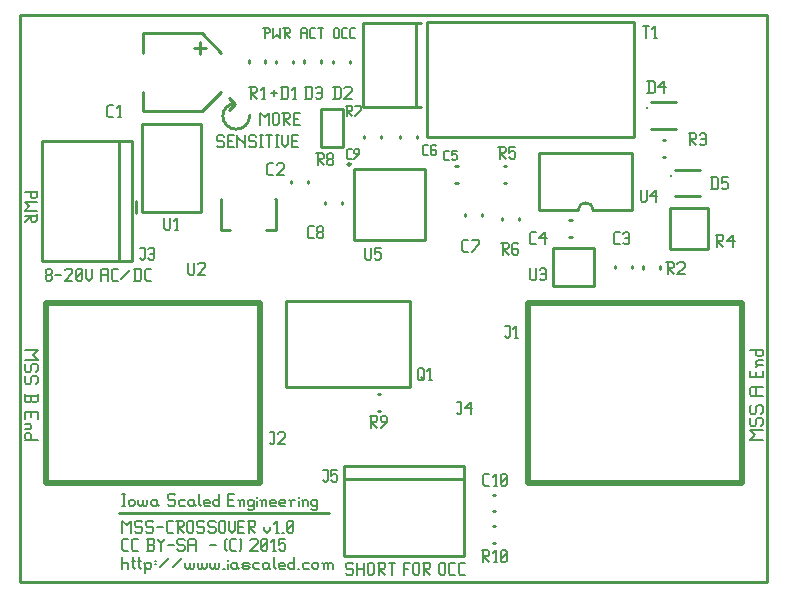
<source format=gbr>
G04 start of page 9 for group -4079 idx -4079 *
G04 Title: (unknown), topsilk *
G04 Creator: pcb 20140316 *
G04 CreationDate: Tue 03 Nov 2015 08:28:20 PM GMT UTC *
G04 For: ndholmes *
G04 Format: Gerber/RS-274X *
G04 PCB-Dimensions (mil): 2500.00 1900.00 *
G04 PCB-Coordinate-Origin: lower left *
%MOIN*%
%FSLAX25Y25*%
%LNTOPSILK*%
%ADD87C,0.0200*%
%ADD86C,0.0080*%
%ADD85C,0.0100*%
G54D85*X249500Y189500D02*X500D01*
Y500D01*
X72000Y160000D02*X70000Y162000D01*
X72000Y160000D02*X70000Y158000D01*
X500Y500D02*X249500D01*
Y189500D01*
X33500Y23500D02*X103500D01*
X77000Y156000D02*G75*G02X72500Y151500I-4500J0D01*G01*
G75*G02X68000Y156000I0J4500D01*G01*
G75*G02X72000Y160000I4000J0D01*G01*
G54D86*X111000Y7000D02*X111500Y6500D01*
X109500Y7000D02*X111000D01*
X109000Y6500D02*X109500Y7000D01*
X109000Y6500D02*Y5500D01*
X109500Y5000D01*
X111000D01*
X111500Y4500D01*
Y3500D01*
X111000Y3000D02*X111500Y3500D01*
X109500Y3000D02*X111000D01*
X109000Y3500D02*X109500Y3000D01*
X112700Y7000D02*Y3000D01*
X115200Y7000D02*Y3000D01*
X112700Y5000D02*X115200D01*
X116400Y6500D02*Y3500D01*
Y6500D02*X116900Y7000D01*
X117900D01*
X118400Y6500D01*
Y3500D01*
X117900Y3000D02*X118400Y3500D01*
X116900Y3000D02*X117900D01*
X116400Y3500D02*X116900Y3000D01*
X119600Y7000D02*X121600D01*
X122100Y6500D01*
Y5500D01*
X121600Y5000D02*X122100Y5500D01*
X120100Y5000D02*X121600D01*
X120100Y7000D02*Y3000D01*
Y5000D02*X122100Y3000D01*
X123300Y7000D02*X125300D01*
X124300D02*Y3000D01*
X128300Y7000D02*Y3000D01*
Y7000D02*X130300D01*
X128300Y5000D02*X129800D01*
X131500Y6500D02*Y3500D01*
Y6500D02*X132000Y7000D01*
X133000D01*
X133500Y6500D01*
Y3500D01*
X133000Y3000D02*X133500Y3500D01*
X132000Y3000D02*X133000D01*
X131500Y3500D02*X132000Y3000D01*
X134700Y7000D02*X136700D01*
X137200Y6500D01*
Y5500D01*
X136700Y5000D02*X137200Y5500D01*
X135200Y5000D02*X136700D01*
X135200Y7000D02*Y3000D01*
Y5000D02*X137200Y3000D01*
X140200Y6500D02*Y3500D01*
Y6500D02*X140700Y7000D01*
X141700D01*
X142200Y6500D01*
Y3500D01*
X141700Y3000D02*X142200Y3500D01*
X140700Y3000D02*X141700D01*
X140200Y3500D02*X140700Y3000D01*
X143900D02*X145400D01*
X143400Y3500D02*X143900Y3000D01*
X143400Y6500D02*Y3500D01*
Y6500D02*X143900Y7000D01*
X145400D01*
X147100Y3000D02*X148600D01*
X146600Y3500D02*X147100Y3000D01*
X146600Y6500D02*Y3500D01*
Y6500D02*X147100Y7000D01*
X148600D01*
X34500Y21000D02*Y17000D01*
Y21000D02*X36000Y19500D01*
X37500Y21000D01*
Y17000D01*
X40700Y21000D02*X41200Y20500D01*
X39200Y21000D02*X40700D01*
X38700Y20500D02*X39200Y21000D01*
X38700Y20500D02*Y19500D01*
X39200Y19000D01*
X40700D01*
X41200Y18500D01*
Y17500D01*
X40700Y17000D02*X41200Y17500D01*
X39200Y17000D02*X40700D01*
X38700Y17500D02*X39200Y17000D01*
X44400Y21000D02*X44900Y20500D01*
X42900Y21000D02*X44400D01*
X42400Y20500D02*X42900Y21000D01*
X42400Y20500D02*Y19500D01*
X42900Y19000D01*
X44400D01*
X44900Y18500D01*
Y17500D01*
X44400Y17000D02*X44900Y17500D01*
X42900Y17000D02*X44400D01*
X42400Y17500D02*X42900Y17000D01*
X46100Y19000D02*X48100D01*
X49800Y17000D02*X51300D01*
X49300Y17500D02*X49800Y17000D01*
X49300Y20500D02*Y17500D01*
Y20500D02*X49800Y21000D01*
X51300D01*
X52500D02*X54500D01*
X55000Y20500D01*
Y19500D01*
X54500Y19000D02*X55000Y19500D01*
X53000Y19000D02*X54500D01*
X53000Y21000D02*Y17000D01*
Y19000D02*X55000Y17000D01*
X56200Y20500D02*Y17500D01*
Y20500D02*X56700Y21000D01*
X57700D01*
X58200Y20500D01*
Y17500D01*
X57700Y17000D02*X58200Y17500D01*
X56700Y17000D02*X57700D01*
X56200Y17500D02*X56700Y17000D01*
X61400Y21000D02*X61900Y20500D01*
X59900Y21000D02*X61400D01*
X59400Y20500D02*X59900Y21000D01*
X59400Y20500D02*Y19500D01*
X59900Y19000D01*
X61400D01*
X61900Y18500D01*
Y17500D01*
X61400Y17000D02*X61900Y17500D01*
X59900Y17000D02*X61400D01*
X59400Y17500D02*X59900Y17000D01*
X65100Y21000D02*X65600Y20500D01*
X63600Y21000D02*X65100D01*
X63100Y20500D02*X63600Y21000D01*
X63100Y20500D02*Y19500D01*
X63600Y19000D01*
X65100D01*
X65600Y18500D01*
Y17500D01*
X65100Y17000D02*X65600Y17500D01*
X63600Y17000D02*X65100D01*
X63100Y17500D02*X63600Y17000D01*
X66800Y20500D02*Y17500D01*
Y20500D02*X67300Y21000D01*
X68300D01*
X68800Y20500D01*
Y17500D01*
X68300Y17000D02*X68800Y17500D01*
X67300Y17000D02*X68300D01*
X66800Y17500D02*X67300Y17000D01*
X70000Y21000D02*Y18000D01*
X71000Y17000D01*
X72000Y18000D01*
Y21000D02*Y18000D01*
X73200Y19000D02*X74700D01*
X73200Y17000D02*X75200D01*
X73200Y21000D02*Y17000D01*
Y21000D02*X75200D01*
X76400D02*X78400D01*
X78900Y20500D01*
Y19500D01*
X78400Y19000D02*X78900Y19500D01*
X76900Y19000D02*X78400D01*
X76900Y21000D02*Y17000D01*
Y19000D02*X78900Y17000D01*
X81900Y19000D02*Y18000D01*
X82900Y17000D01*
X83900Y18000D01*
Y19000D02*Y18000D01*
X85600Y17000D02*X86600D01*
X86100Y21000D02*Y17000D01*
X85100Y20000D02*X86100Y21000D01*
X87800Y17000D02*X88300D01*
X89500Y17500D02*X90000Y17000D01*
X89500Y20500D02*Y17500D01*
Y20500D02*X90000Y21000D01*
X91000D01*
X91500Y20500D01*
Y17500D01*
X91000Y17000D02*X91500Y17500D01*
X90000Y17000D02*X91000D01*
X89500Y18000D02*X91500Y20000D01*
X35000Y11000D02*X36500D01*
X34500Y11500D02*X35000Y11000D01*
X34500Y14500D02*Y11500D01*
Y14500D02*X35000Y15000D01*
X36500D01*
X38200Y11000D02*X39700D01*
X37700Y11500D02*X38200Y11000D01*
X37700Y14500D02*Y11500D01*
Y14500D02*X38200Y15000D01*
X39700D01*
X42700Y11000D02*X44700D01*
X45200Y11500D01*
Y12500D02*Y11500D01*
X44700Y13000D02*X45200Y12500D01*
X43200Y13000D02*X44700D01*
X43200Y15000D02*Y11000D01*
X42700Y15000D02*X44700D01*
X45200Y14500D01*
Y13500D01*
X44700Y13000D02*X45200Y13500D01*
X46400Y15000D02*Y14500D01*
X47400Y13500D01*
X48400Y14500D01*
Y15000D02*Y14500D01*
X47400Y13500D02*Y11000D01*
X49600Y13000D02*X51600D01*
X54800Y15000D02*X55300Y14500D01*
X53300Y15000D02*X54800D01*
X52800Y14500D02*X53300Y15000D01*
X52800Y14500D02*Y13500D01*
X53300Y13000D01*
X54800D01*
X55300Y12500D01*
Y11500D01*
X54800Y11000D02*X55300Y11500D01*
X53300Y11000D02*X54800D01*
X52800Y11500D02*X53300Y11000D01*
X56500Y14500D02*Y11000D01*
Y14500D02*X57000Y15000D01*
X58500D01*
X59000Y14500D01*
Y11000D01*
X56500Y13000D02*X59000D01*
X63800D02*X65800D01*
X68800Y11500D02*X69300Y11000D01*
X68800Y14500D02*X69300Y15000D01*
X68800Y14500D02*Y11500D01*
X71000Y11000D02*X72500D01*
X70500Y11500D02*X71000Y11000D01*
X70500Y14500D02*Y11500D01*
Y14500D02*X71000Y15000D01*
X72500D01*
X73700D02*X74200Y14500D01*
Y11500D01*
X73700Y11000D02*X74200Y11500D01*
X77200Y14500D02*X77700Y15000D01*
X79200D01*
X79700Y14500D01*
Y13500D01*
X77200Y11000D02*X79700Y13500D01*
X77200Y11000D02*X79700D01*
X80900Y11500D02*X81400Y11000D01*
X80900Y14500D02*Y11500D01*
Y14500D02*X81400Y15000D01*
X82400D01*
X82900Y14500D01*
Y11500D01*
X82400Y11000D02*X82900Y11500D01*
X81400Y11000D02*X82400D01*
X80900Y12000D02*X82900Y14000D01*
X84600Y11000D02*X85600D01*
X85100Y15000D02*Y11000D01*
X84100Y14000D02*X85100Y15000D01*
X86800D02*X88800D01*
X86800D02*Y13000D01*
X87300Y13500D01*
X88300D01*
X88800Y13000D01*
Y11500D01*
X88300Y11000D02*X88800Y11500D01*
X87300Y11000D02*X88300D01*
X86800Y11500D02*X87300Y11000D01*
X34500Y9000D02*Y5000D01*
Y6500D02*X35000Y7000D01*
X36000D01*
X36500Y6500D01*
Y5000D01*
X38200Y9000D02*Y5500D01*
X38700Y5000D01*
X37700Y7500D02*X38700D01*
X40200Y9000D02*Y5500D01*
X40700Y5000D01*
X39700Y7500D02*X40700D01*
X42200Y6500D02*Y3500D01*
X41700Y7000D02*X42200Y6500D01*
X42700Y7000D01*
X43700D01*
X44200Y6500D01*
Y5500D01*
X43700Y5000D02*X44200Y5500D01*
X42700Y5000D02*X43700D01*
X42200Y5500D02*X42700Y5000D01*
X45400Y7500D02*X45900D01*
X45400Y6500D02*X45900D01*
X47100Y5500D02*X50100Y8500D01*
X51300Y5500D02*X54300Y8500D01*
X55500Y7000D02*Y5500D01*
X56000Y5000D01*
X56500D01*
X57000Y5500D01*
Y7000D02*Y5500D01*
X57500Y5000D01*
X58000D01*
X58500Y5500D01*
Y7000D02*Y5500D01*
X59700Y7000D02*Y5500D01*
X60200Y5000D01*
X60700D01*
X61200Y5500D01*
Y7000D02*Y5500D01*
X61700Y5000D01*
X62200D01*
X62700Y5500D01*
Y7000D02*Y5500D01*
X63900Y7000D02*Y5500D01*
X64400Y5000D01*
X64900D01*
X65400Y5500D01*
Y7000D02*Y5500D01*
X65900Y5000D01*
X66400D01*
X66900Y5500D01*
Y7000D02*Y5500D01*
X68100Y5000D02*X68600D01*
X69800Y8000D02*Y7500D01*
Y6500D02*Y5000D01*
X72300Y7000D02*X72800Y6500D01*
X71300Y7000D02*X72300D01*
X70800Y6500D02*X71300Y7000D01*
X70800Y6500D02*Y5500D01*
X71300Y5000D01*
X72800Y7000D02*Y5500D01*
X73300Y5000D01*
X71300D02*X72300D01*
X72800Y5500D01*
X75000Y5000D02*X76500D01*
X77000Y5500D01*
X76500Y6000D02*X77000Y5500D01*
X75000Y6000D02*X76500D01*
X74500Y6500D02*X75000Y6000D01*
X74500Y6500D02*X75000Y7000D01*
X76500D01*
X77000Y6500D01*
X74500Y5500D02*X75000Y5000D01*
X78700Y7000D02*X80200D01*
X78200Y6500D02*X78700Y7000D01*
X78200Y6500D02*Y5500D01*
X78700Y5000D01*
X80200D01*
X82900Y7000D02*X83400Y6500D01*
X81900Y7000D02*X82900D01*
X81400Y6500D02*X81900Y7000D01*
X81400Y6500D02*Y5500D01*
X81900Y5000D01*
X83400Y7000D02*Y5500D01*
X83900Y5000D01*
X81900D02*X82900D01*
X83400Y5500D01*
X85100Y9000D02*Y5500D01*
X85600Y5000D01*
X87100D02*X88600D01*
X86600Y5500D02*X87100Y5000D01*
X86600Y6500D02*Y5500D01*
Y6500D02*X87100Y7000D01*
X88100D01*
X88600Y6500D01*
X86600Y6000D02*X88600D01*
Y6500D02*Y6000D01*
X91800Y9000D02*Y5000D01*
X91300D02*X91800Y5500D01*
X90300Y5000D02*X91300D01*
X89800Y5500D02*X90300Y5000D01*
X89800Y6500D02*Y5500D01*
Y6500D02*X90300Y7000D01*
X91300D01*
X91800Y6500D01*
X93000Y5000D02*X93500D01*
X95200Y7000D02*X96700D01*
X94700Y6500D02*X95200Y7000D01*
X94700Y6500D02*Y5500D01*
X95200Y5000D01*
X96700D01*
X97900Y6500D02*Y5500D01*
Y6500D02*X98400Y7000D01*
X99400D01*
X99900Y6500D01*
Y5500D01*
X99400Y5000D02*X99900Y5500D01*
X98400Y5000D02*X99400D01*
X97900Y5500D02*X98400Y5000D01*
X101600Y6500D02*Y5000D01*
Y6500D02*X102100Y7000D01*
X102600D01*
X103100Y6500D01*
Y5000D01*
Y6500D02*X103600Y7000D01*
X104100D01*
X104600Y6500D01*
Y5000D01*
X101100Y7000D02*X101600Y6500D01*
X34500Y30000D02*X35500D01*
X35000D02*Y26000D01*
X34500D02*X35500D01*
X36700Y27500D02*Y26500D01*
Y27500D02*X37200Y28000D01*
X38200D01*
X38700Y27500D01*
Y26500D01*
X38200Y26000D02*X38700Y26500D01*
X37200Y26000D02*X38200D01*
X36700Y26500D02*X37200Y26000D01*
X39900Y28000D02*Y26500D01*
X40400Y26000D01*
X40900D01*
X41400Y26500D01*
Y28000D02*Y26500D01*
X41900Y26000D01*
X42400D01*
X42900Y26500D01*
Y28000D02*Y26500D01*
X45600Y28000D02*X46100Y27500D01*
X44600Y28000D02*X45600D01*
X44100Y27500D02*X44600Y28000D01*
X44100Y27500D02*Y26500D01*
X44600Y26000D01*
X46100Y28000D02*Y26500D01*
X46600Y26000D01*
X44600D02*X45600D01*
X46100Y26500D01*
X51600Y30000D02*X52100Y29500D01*
X50100Y30000D02*X51600D01*
X49600Y29500D02*X50100Y30000D01*
X49600Y29500D02*Y28500D01*
X50100Y28000D01*
X51600D01*
X52100Y27500D01*
Y26500D01*
X51600Y26000D02*X52100Y26500D01*
X50100Y26000D02*X51600D01*
X49600Y26500D02*X50100Y26000D01*
X53800Y28000D02*X55300D01*
X53300Y27500D02*X53800Y28000D01*
X53300Y27500D02*Y26500D01*
X53800Y26000D01*
X55300D01*
X58000Y28000D02*X58500Y27500D01*
X57000Y28000D02*X58000D01*
X56500Y27500D02*X57000Y28000D01*
X56500Y27500D02*Y26500D01*
X57000Y26000D01*
X58500Y28000D02*Y26500D01*
X59000Y26000D01*
X57000D02*X58000D01*
X58500Y26500D01*
X60200Y30000D02*Y26500D01*
X60700Y26000D01*
X62200D02*X63700D01*
X61700Y26500D02*X62200Y26000D01*
X61700Y27500D02*Y26500D01*
Y27500D02*X62200Y28000D01*
X63200D01*
X63700Y27500D01*
X61700Y27000D02*X63700D01*
Y27500D02*Y27000D01*
X66900Y30000D02*Y26000D01*
X66400D02*X66900Y26500D01*
X65400Y26000D02*X66400D01*
X64900Y26500D02*X65400Y26000D01*
X64900Y27500D02*Y26500D01*
Y27500D02*X65400Y28000D01*
X66400D01*
X66900Y27500D01*
X69900Y28000D02*X71400D01*
X69900Y26000D02*X71900D01*
X69900Y30000D02*Y26000D01*
Y30000D02*X71900D01*
X73600Y27500D02*Y26000D01*
Y27500D02*X74100Y28000D01*
X74600D01*
X75100Y27500D01*
Y26000D01*
X73100Y28000D02*X73600Y27500D01*
X77800Y28000D02*X78300Y27500D01*
X76800Y28000D02*X77800D01*
X76300Y27500D02*X76800Y28000D01*
X76300Y27500D02*Y26500D01*
X76800Y26000D01*
X77800D01*
X78300Y26500D01*
X76300Y25000D02*X76800Y24500D01*
X77800D01*
X78300Y25000D01*
Y28000D02*Y25000D01*
X79500Y29000D02*Y28500D01*
Y27500D02*Y26000D01*
X81000Y27500D02*Y26000D01*
Y27500D02*X81500Y28000D01*
X82000D01*
X82500Y27500D01*
Y26000D01*
X80500Y28000D02*X81000Y27500D01*
X84200Y26000D02*X85700D01*
X83700Y26500D02*X84200Y26000D01*
X83700Y27500D02*Y26500D01*
Y27500D02*X84200Y28000D01*
X85200D01*
X85700Y27500D01*
X83700Y27000D02*X85700D01*
Y27500D02*Y27000D01*
X87400Y26000D02*X88900D01*
X86900Y26500D02*X87400Y26000D01*
X86900Y27500D02*Y26500D01*
Y27500D02*X87400Y28000D01*
X88400D01*
X88900Y27500D01*
X86900Y27000D02*X88900D01*
Y27500D02*Y27000D01*
X90600Y27500D02*Y26000D01*
Y27500D02*X91100Y28000D01*
X92100D01*
X90100D02*X90600Y27500D01*
X93300Y29000D02*Y28500D01*
Y27500D02*Y26000D01*
X94800Y27500D02*Y26000D01*
Y27500D02*X95300Y28000D01*
X95800D01*
X96300Y27500D01*
Y26000D01*
X94300Y28000D02*X94800Y27500D01*
X99000Y28000D02*X99500Y27500D01*
X98000Y28000D02*X99000D01*
X97500Y27500D02*X98000Y28000D01*
X97500Y27500D02*Y26500D01*
X98000Y26000D01*
X99000D01*
X99500Y26500D01*
X97500Y25000D02*X98000Y24500D01*
X99000D01*
X99500Y25000D01*
Y28000D02*Y25000D01*
X2000Y78000D02*X6400D01*
X4750Y76350D01*
X6400Y74700D01*
X2000D02*X6400D01*
Y71180D02*X5850Y70630D01*
X6400Y72830D02*Y71180D01*
X5850Y73380D02*X6400Y72830D01*
X4750Y73380D02*X5850D01*
X4750D02*X4200Y72830D01*
Y71180D01*
X3650Y70630D01*
X2550D02*X3650D01*
X2000Y71180D02*X2550Y70630D01*
X2000Y72830D02*Y71180D01*
X2550Y73380D02*X2000Y72830D01*
X6400Y67110D02*X5850Y66560D01*
X6400Y68760D02*Y67110D01*
X5850Y69310D02*X6400Y68760D01*
X4750Y69310D02*X5850D01*
X4750D02*X4200Y68760D01*
Y67110D01*
X3650Y66560D01*
X2550D02*X3650D01*
X2000Y67110D02*X2550Y66560D01*
X2000Y68760D02*Y67110D01*
X2550Y69310D02*X2000Y68760D01*
Y63260D02*Y61060D01*
X2550Y60510D01*
X3650D01*
X4200Y61060D02*X3650Y60510D01*
X4200Y62710D02*Y61060D01*
X2000Y62710D02*X6400D01*
Y63260D02*Y61060D01*
X5850Y60510D01*
X4750D02*X5850D01*
X4200Y61060D02*X4750Y60510D01*
X4200Y57210D02*Y55560D01*
X2000Y57210D02*Y55010D01*
Y57210D02*X6400D01*
Y55010D01*
X2000Y53140D02*X3650D01*
X4200Y52590D01*
Y52040D01*
X3650Y51490D01*
X2000D02*X3650D01*
X4200Y53690D02*X3650Y53140D01*
X2000Y47970D02*X6400D01*
X2000Y48520D02*X2550Y47970D01*
X2000Y49620D02*Y48520D01*
X2550Y50170D02*X2000Y49620D01*
X2550Y50170D02*X3650D01*
X4200Y49620D01*
Y48520D01*
X3650Y47970D01*
X9000Y101500D02*X9500Y101000D01*
X9000Y102500D02*Y101500D01*
Y102500D02*X9500Y103000D01*
X10500D01*
X11000Y102500D01*
Y101500D01*
X10500Y101000D02*X11000Y101500D01*
X9500Y101000D02*X10500D01*
X9000Y103500D02*X9500Y103000D01*
X9000Y104500D02*Y103500D01*
Y104500D02*X9500Y105000D01*
X10500D01*
X11000Y104500D01*
Y103500D01*
X10500Y103000D02*X11000Y103500D01*
X12200Y103000D02*X14200D01*
X15400Y104500D02*X15900Y105000D01*
X17400D01*
X17900Y104500D01*
Y103500D01*
X15400Y101000D02*X17900Y103500D01*
X15400Y101000D02*X17900D01*
X19100Y101500D02*X19600Y101000D01*
X19100Y104500D02*Y101500D01*
Y104500D02*X19600Y105000D01*
X20600D01*
X21100Y104500D01*
Y101500D01*
X20600Y101000D02*X21100Y101500D01*
X19600Y101000D02*X20600D01*
X19100Y102000D02*X21100Y104000D01*
X22300Y105000D02*Y102000D01*
X23300Y101000D01*
X24300Y102000D01*
Y105000D02*Y102000D01*
X27300Y104500D02*Y101000D01*
Y104500D02*X27800Y105000D01*
X29300D01*
X29800Y104500D01*
Y101000D01*
X27300Y103000D02*X29800D01*
X31500Y101000D02*X33000D01*
X31000Y101500D02*X31500Y101000D01*
X31000Y104500D02*Y101500D01*
Y104500D02*X31500Y105000D01*
X33000D01*
X34200Y101500D02*X37200Y104500D01*
X38900Y105000D02*Y101000D01*
X40400Y105000D02*X40900Y104500D01*
Y101500D01*
X40400Y101000D02*X40900Y101500D01*
X38400Y101000D02*X40400D01*
X38400Y105000D02*X40400D01*
X42600Y101000D02*X44100D01*
X42100Y101500D02*X42600Y101000D01*
X42100Y104500D02*Y101500D01*
Y104500D02*X42600Y105000D01*
X44100D01*
X2000Y130500D02*X6000D01*
Y131000D02*Y129000D01*
X5500Y128500D01*
X4500D02*X5500D01*
X4000Y129000D02*X4500Y128500D01*
X4000Y130500D02*Y129000D01*
X2000Y127300D02*X6000D01*
X2000D02*X3500Y125800D01*
X2000Y124300D01*
X6000D01*
Y123100D02*Y121100D01*
X5500Y120600D01*
X4500D02*X5500D01*
X4000Y121100D02*X4500Y120600D01*
X4000Y122600D02*Y121100D01*
X2000Y122600D02*X6000D01*
X4000D02*X2000Y120600D01*
X94000Y184725D02*Y181750D01*
Y184725D02*X94425Y185150D01*
X95700D01*
X96125Y184725D01*
Y181750D01*
X94000Y183450D02*X96125D01*
X97570Y181750D02*X98845D01*
X97145Y182175D02*X97570Y181750D01*
X97145Y184725D02*Y182175D01*
Y184725D02*X97570Y185150D01*
X98845D01*
X99865D02*X101565D01*
X100715D02*Y181750D01*
X105000Y184725D02*Y182175D01*
Y184725D02*X105425Y185150D01*
X106275D01*
X106700Y184725D01*
Y182175D01*
X106275Y181750D02*X106700Y182175D01*
X105425Y181750D02*X106275D01*
X105000Y182175D02*X105425Y181750D01*
X108145D02*X109420D01*
X107720Y182175D02*X108145Y181750D01*
X107720Y184725D02*Y182175D01*
Y184725D02*X108145Y185150D01*
X109420D01*
X110865Y181750D02*X112140D01*
X110440Y182175D02*X110865Y181750D01*
X110440Y184725D02*Y182175D01*
Y184725D02*X110865Y185150D01*
X112140D01*
X81925D02*Y181750D01*
X81500Y185150D02*X83200D01*
X83625Y184725D01*
Y183875D01*
X83200Y183450D02*X83625Y183875D01*
X81925Y183450D02*X83200D01*
X84645Y185150D02*Y181750D01*
X85920Y183025D01*
X87195Y181750D01*
Y185150D02*Y181750D01*
X88215Y185150D02*X89915D01*
X90340Y184725D01*
Y183875D01*
X89915Y183450D02*X90340Y183875D01*
X88640Y183450D02*X89915D01*
X88640Y185150D02*Y181750D01*
Y183450D02*X90340Y181750D01*
X84000Y163500D02*X86000D01*
X85000Y164500D02*Y162500D01*
X243600Y48000D02*X248000D01*
X243600D02*X245250Y49650D01*
X243600Y51300D01*
X248000D01*
X243600Y54820D02*X244150Y55370D01*
X243600Y54820D02*Y53170D01*
X244150Y52620D02*X243600Y53170D01*
X244150Y52620D02*X245250D01*
X245800Y53170D01*
Y54820D02*Y53170D01*
Y54820D02*X246350Y55370D01*
X247450D01*
X248000Y54820D02*X247450Y55370D01*
X248000Y54820D02*Y53170D01*
X247450Y52620D02*X248000Y53170D01*
X243600Y58890D02*X244150Y59440D01*
X243600Y58890D02*Y57240D01*
X244150Y56690D02*X243600Y57240D01*
X244150Y56690D02*X245250D01*
X245800Y57240D01*
Y58890D02*Y57240D01*
Y58890D02*X246350Y59440D01*
X247450D01*
X248000Y58890D02*X247450Y59440D01*
X248000Y58890D02*Y57240D01*
X247450Y56690D02*X248000Y57240D01*
X244150Y62740D02*X248000D01*
X244150D02*X243600Y63290D01*
Y64940D02*Y63290D01*
Y64940D02*X244150Y65490D01*
X248000D01*
X245800D02*Y62740D01*
Y70440D02*Y68790D01*
X248000Y70990D02*Y68790D01*
X243600D02*X248000D01*
X243600Y70990D02*Y68790D01*
X246350Y72860D02*X248000D01*
X246350D02*X245800Y73410D01*
Y73960D02*Y73410D01*
Y73960D02*X246350Y74510D01*
X248000D01*
X245800Y72310D02*X246350Y72860D01*
X243600Y78030D02*X248000D01*
Y77480D02*X247450Y78030D01*
X248000Y77480D02*Y76380D01*
X247450Y75830D02*X248000Y76380D01*
X246350Y75830D02*X247450D01*
X246350D02*X245800Y76380D01*
Y77480D02*Y76380D01*
Y77480D02*X246350Y78030D01*
X80500Y157000D02*Y153000D01*
Y157000D02*X82000Y155500D01*
X83500Y157000D01*
Y153000D01*
X84700Y156500D02*Y153500D01*
Y156500D02*X85200Y157000D01*
X86200D01*
X86700Y156500D01*
Y153500D01*
X86200Y153000D02*X86700Y153500D01*
X85200Y153000D02*X86200D01*
X84700Y153500D02*X85200Y153000D01*
X87900Y157000D02*X89900D01*
X90400Y156500D01*
Y155500D01*
X89900Y155000D02*X90400Y155500D01*
X88400Y155000D02*X89900D01*
X88400Y157000D02*Y153000D01*
Y155000D02*X90400Y153000D01*
X91600Y155000D02*X93100D01*
X91600Y153000D02*X93600D01*
X91600Y157000D02*Y153000D01*
Y157000D02*X93600D01*
X68000Y149500D02*X68500Y149000D01*
X66500Y149500D02*X68000D01*
X66000Y149000D02*X66500Y149500D01*
X66000Y149000D02*Y148000D01*
X66500Y147500D01*
X68000D01*
X68500Y147000D01*
Y146000D01*
X68000Y145500D02*X68500Y146000D01*
X66500Y145500D02*X68000D01*
X66000Y146000D02*X66500Y145500D01*
X69700Y147500D02*X71200D01*
X69700Y145500D02*X71700D01*
X69700Y149500D02*Y145500D01*
Y149500D02*X71700D01*
X72900D02*Y145500D01*
Y149500D02*Y149000D01*
X75400Y146500D01*
Y149500D02*Y145500D01*
X78600Y149500D02*X79100Y149000D01*
X77100Y149500D02*X78600D01*
X76600Y149000D02*X77100Y149500D01*
X76600Y149000D02*Y148000D01*
X77100Y147500D01*
X78600D01*
X79100Y147000D01*
Y146000D01*
X78600Y145500D02*X79100Y146000D01*
X77100Y145500D02*X78600D01*
X76600Y146000D02*X77100Y145500D01*
X80300Y149500D02*X81300D01*
X80800D02*Y145500D01*
X80300D02*X81300D01*
X82500Y149500D02*X84500D01*
X83500D02*Y145500D01*
X85700Y149500D02*X86700D01*
X86200D02*Y145500D01*
X85700D02*X86700D01*
X87900Y149500D02*Y146500D01*
X88900Y145500D01*
X89900Y146500D01*
Y149500D02*Y146500D01*
X91100Y147500D02*X92600D01*
X91100Y145500D02*X93100D01*
X91100Y149500D02*Y145500D01*
Y149500D02*X93100D01*
G54D85*X158107Y24202D02*X158893D01*
X158107Y29712D02*X158893D01*
X108500Y9200D02*X148500D01*
X108500Y39200D02*X148500D01*
X108500Y34800D02*X148500D01*
X108500Y39200D02*Y9200D01*
X148500Y39200D02*Y9200D01*
X119607Y57745D02*X120393D01*
X119607Y63255D02*X120393D01*
X158107Y19255D02*X158893D01*
X158107Y13745D02*X158893D01*
G54D87*X169700Y93500D02*X241000D01*
X169700Y33500D02*X241000D01*
X169700Y93500D02*Y33500D01*
X241000D02*X241020Y93500D01*
G54D85*X89100Y94200D02*X130500D01*
X89100D02*Y65700D01*
X130500D01*
Y94200D02*Y65700D01*
X108166Y158147D02*Y145549D01*
X100684D02*X108166D01*
X100684Y158147D02*Y145549D01*
Y158147D02*X108166D01*
X100755Y174436D02*Y173650D01*
X95245Y174436D02*Y173650D01*
X90745Y134350D02*Y133564D01*
X96255Y134350D02*Y133564D01*
X91255Y174393D02*Y173607D01*
X85745Y174393D02*Y173607D01*
X41508Y183492D02*Y176996D01*
Y164004D02*Y157508D01*
X60996D01*
X41508Y183492D02*X60996D01*
Y157508D02*X67492Y164004D01*
X60996Y183492D02*X67492Y176996D01*
X60500Y180500D02*Y176500D01*
X58500Y178500D02*X62500D01*
X127245Y149393D02*Y148607D01*
X132755Y149393D02*Y148607D01*
X110255Y174393D02*Y173607D01*
X104745Y174393D02*Y173607D01*
X107755Y127393D02*Y126607D01*
X102245Y127393D02*Y126607D01*
X115245Y149393D02*Y148607D01*
X120755Y149393D02*Y148607D01*
X111689Y138311D02*X135311D01*
Y114689D01*
X111689D01*
Y138311D01*
X109689Y139811D02*G75*G03X109689Y139811I500J0D01*G01*
X114900Y159050D02*X134100D01*
X114900Y186950D02*X134100D01*
X114900D02*Y159050D01*
X132500Y186950D02*Y159050D01*
X204500Y143500D02*Y124500D01*
X173500Y143500D02*X204500D01*
X173500D02*Y124500D01*
X191500D02*X204500D01*
X173500D02*X186500D01*
X191500D02*G75*G03X186500Y124500I-2500J0D01*G01*
X218800Y137900D02*X227200D01*
X218800Y129100D02*X227200D01*
X217400Y136060D03*
X214607Y142245D02*X215393D01*
X214607Y147755D02*X215393D01*
X161607Y139255D02*X162393D01*
X161607Y133745D02*X162393D01*
X166755Y121936D02*Y121150D01*
X161245Y121936D02*Y121150D01*
X145564Y139255D02*X146350D01*
X145564Y133745D02*X146350D01*
X148745Y123393D02*Y122607D01*
X154255Y123393D02*Y122607D01*
X136000Y187250D02*X205000D01*
X136000Y148750D02*X205000D01*
X136000Y187250D02*Y148750D01*
X205000Y187250D02*Y148750D01*
X210786Y160460D02*X219186D01*
X210786Y151660D02*X219186D01*
X209386Y158620D03*
X183564Y121255D02*X184350D01*
X183564Y115745D02*X184350D01*
X217201Y125390D02*X229799D01*
Y111610D01*
X217201D02*X229799D01*
X217201Y125390D02*Y111610D01*
X208245Y105850D02*Y105064D01*
X213755Y105850D02*Y105064D01*
X178000Y99200D02*X191900D01*
Y112000D02*Y99200D01*
X178000Y112000D02*X191900D01*
X178000D02*Y99200D01*
X204255Y105893D02*Y105107D01*
X198745Y105893D02*Y105107D01*
X76659Y174436D02*Y173650D01*
X82169Y174436D02*Y173650D01*
X60800Y153200D02*Y123800D01*
X41200Y153200D02*X60800D01*
X41200Y123800D02*X60800D01*
X41200Y153200D02*Y123800D01*
X39000Y127500D02*Y123500D01*
G54D87*X9000Y33500D02*X80300D01*
X9000Y93500D02*X80300D01*
Y33500D01*
X9000Y93500D02*X8980Y33500D01*
G54D85*X85750Y128401D02*Y117771D01*
X67250Y128401D02*Y117771D01*
X82500D02*X85750D01*
X67250D02*X70500D01*
X85571Y128401D02*X85750D01*
X67250D02*X67429D01*
X7700Y147500D02*Y107500D01*
X37700Y147500D02*Y107500D01*
X33300Y147500D02*Y107500D01*
X7700Y147500D02*X37700D01*
X7700Y107500D02*X37700D01*
G54D86*X155307Y32693D02*X156807D01*
X154807Y33193D02*X155307Y32693D01*
X154807Y36193D02*Y33193D01*
Y36193D02*X155307Y36693D01*
X156807D01*
X158507Y32693D02*X159507D01*
X159007Y36693D02*Y32693D01*
X158007Y35693D02*X159007Y36693D01*
X160707Y33193D02*X161207Y32693D01*
X160707Y36193D02*Y33193D01*
Y36193D02*X161207Y36693D01*
X162207D01*
X162707Y36193D01*
Y33193D01*
X162207Y32693D02*X162707Y33193D01*
X161207Y32693D02*X162207D01*
X160707Y33693D02*X162707Y35693D01*
X160764Y113650D02*X162764D01*
X163264Y113150D01*
Y112150D01*
X162764Y111650D02*X163264Y112150D01*
X161264Y111650D02*X162764D01*
X161264Y113650D02*Y109650D01*
Y111650D02*X163264Y109650D01*
X165964Y113650D02*X166464Y113150D01*
X164964Y113650D02*X165964D01*
X164464Y113150D02*X164964Y113650D01*
X164464Y113150D02*Y110150D01*
X164964Y109650D01*
X165964Y111650D02*X166464Y111150D01*
X164464Y111650D02*X165964D01*
X164964Y109650D02*X165964D01*
X166464Y110150D01*
Y111150D02*Y110150D01*
X146000Y60500D02*X147500D01*
Y57000D01*
X147000Y56500D02*X147500Y57000D01*
X146500Y56500D02*X147000D01*
X146000Y57000D02*X146500Y56500D01*
X148700Y58500D02*X150700Y60500D01*
X148700Y58500D02*X151200D01*
X150700Y60500D02*Y56500D01*
X162157Y86000D02*X163657D01*
Y82500D01*
X163157Y82000D02*X163657Y82500D01*
X162657Y82000D02*X163157D01*
X162157Y82500D02*X162657Y82000D01*
X165357D02*X166357D01*
X165857Y86000D02*Y82000D01*
X164857Y85000D02*X165857Y86000D01*
X170807Y113150D02*X172307D01*
X170307Y113650D02*X170807Y113150D01*
X170307Y116650D02*Y113650D01*
Y116650D02*X170807Y117150D01*
X172307D01*
X173507Y115150D02*X175507Y117150D01*
X173507Y115150D02*X176007D01*
X175507Y117150D02*Y113150D01*
X232402Y116350D02*X234402D01*
X234902Y115850D01*
Y114850D01*
X234402Y114350D02*X234902Y114850D01*
X232902Y114350D02*X234402D01*
X232902Y116350D02*Y112350D01*
Y114350D02*X234902Y112350D01*
X236102Y114350D02*X238102Y116350D01*
X236102Y114350D02*X238602D01*
X238102Y116350D02*Y112350D01*
X215764Y107150D02*X217764D01*
X218264Y106650D01*
Y105650D01*
X217764Y105150D02*X218264Y105650D01*
X216264Y105150D02*X217764D01*
X216264Y107150D02*Y103150D01*
Y105150D02*X218264Y103150D01*
X219464Y106650D02*X219964Y107150D01*
X221464D01*
X221964Y106650D01*
Y105650D01*
X219464Y103150D02*X221964Y105650D01*
X219464Y103150D02*X221964D01*
X170500Y105200D02*Y101700D01*
X171000Y101200D01*
X172000D01*
X172500Y101700D01*
Y105200D02*Y101700D01*
X173700Y104700D02*X174200Y105200D01*
X175200D01*
X175700Y104700D01*
Y101700D01*
X175200Y101200D02*X175700Y101700D01*
X174200Y101200D02*X175200D01*
X173700Y101700D02*X174200Y101200D01*
Y103200D02*X175700D01*
X207406Y131082D02*Y127757D01*
X207881Y127282D01*
X208831D01*
X209306Y127757D01*
Y131082D02*Y127757D01*
X210446Y129182D02*X212346Y131082D01*
X210446Y129182D02*X212821D01*
X212346Y131082D02*Y127282D01*
X231100Y135450D02*Y131450D01*
X232600Y135450D02*X233100Y134950D01*
Y131950D01*
X232600Y131450D02*X233100Y131950D01*
X230600Y131450D02*X232600D01*
X230600Y135450D02*X232600D01*
X234300D02*X236300D01*
X234300D02*Y133450D01*
X234800Y133950D01*
X235800D01*
X236300Y133450D01*
Y131950D01*
X235800Y131450D02*X236300Y131950D01*
X234800Y131450D02*X235800D01*
X234300Y131950D02*X234800Y131450D01*
X223307Y150150D02*X225307D01*
X225807Y149650D01*
Y148650D01*
X225307Y148150D02*X225807Y148650D01*
X223807Y148150D02*X225307D01*
X223807Y150150D02*Y146150D01*
Y148150D02*X225807Y146150D01*
X227007Y149650D02*X227507Y150150D01*
X228507D01*
X229007Y149650D01*
Y146650D01*
X228507Y146150D02*X229007Y146650D01*
X227507Y146150D02*X228507D01*
X227007Y146650D02*X227507Y146150D01*
Y148150D02*X229007D01*
X208000Y186000D02*X210000D01*
X209000D02*Y182000D01*
X211700D02*X212700D01*
X212200Y186000D02*Y182000D01*
X211200Y185000D02*X212200Y186000D01*
X210040Y167436D02*Y163436D01*
X211540Y167436D02*X212040Y166936D01*
Y163936D01*
X211540Y163436D02*X212040Y163936D01*
X209540Y163436D02*X211540D01*
X209540Y167436D02*X211540D01*
X213240Y165436D02*X215240Y167436D01*
X213240Y165436D02*X215740D01*
X215240Y167436D02*Y163436D01*
X198807Y113193D02*X200307D01*
X198307Y113693D02*X198807Y113193D01*
X198307Y116693D02*Y113693D01*
Y116693D02*X198807Y117193D01*
X200307D01*
X201507Y116693D02*X202007Y117193D01*
X203007D01*
X203507Y116693D01*
Y113693D01*
X203007Y113193D02*X203507Y113693D01*
X202007Y113193D02*X203007D01*
X201507Y113693D02*X202007Y113193D01*
Y115193D02*X203507D01*
X148350Y110650D02*X149850D01*
X147850Y111150D02*X148350Y110650D01*
X147850Y114150D02*Y111150D01*
Y114150D02*X148350Y114650D01*
X149850D01*
X151050Y110650D02*X153550Y113150D01*
Y114650D02*Y113150D01*
X151050Y114650D02*X153550D01*
X154307Y11107D02*X156307D01*
X156807Y10607D01*
Y9607D01*
X156307Y9107D02*X156807Y9607D01*
X154807Y9107D02*X156307D01*
X154807Y11107D02*Y7107D01*
Y9107D02*X156807Y7107D01*
X158507D02*X159507D01*
X159007Y11107D02*Y7107D01*
X158007Y10107D02*X159007Y11107D01*
X160707Y7607D02*X161207Y7107D01*
X160707Y10607D02*Y7607D01*
Y10607D02*X161207Y11107D01*
X162207D01*
X162707Y10607D01*
Y7607D01*
X162207Y7107D02*X162707Y7607D01*
X161207Y7107D02*X162207D01*
X160707Y8107D02*X162707Y10107D01*
X99109Y143425D02*X101109D01*
X101609Y142925D01*
Y141925D01*
X101109Y141425D02*X101609Y141925D01*
X99609Y141425D02*X101109D01*
X99609Y143425D02*Y139425D01*
Y141425D02*X101609Y139425D01*
X102809Y139925D02*X103309Y139425D01*
X102809Y140925D02*Y139925D01*
Y140925D02*X103309Y141425D01*
X104309D01*
X104809Y140925D01*
Y139925D01*
X104309Y139425D02*X104809Y139925D01*
X103309Y139425D02*X104309D01*
X102809Y141925D02*X103309Y141425D01*
X102809Y142925D02*Y141925D01*
Y142925D02*X103309Y143425D01*
X104309D01*
X104809Y142925D01*
Y141925D01*
X104309Y141425D02*X104809Y141925D01*
X142207Y141150D02*X143407D01*
X141807Y141550D02*X142207Y141150D01*
X141807Y143950D02*Y141550D01*
Y143950D02*X142207Y144350D01*
X143407D01*
X144367D02*X145967D01*
X144367D02*Y142750D01*
X144767Y143150D01*
X145567D01*
X145967Y142750D01*
Y141550D01*
X145567Y141150D02*X145967Y141550D01*
X144767Y141150D02*X145567D01*
X144367Y141550D02*X144767Y141150D01*
X115500Y112000D02*Y108500D01*
X116000Y108000D01*
X117000D01*
X117500Y108500D01*
Y112000D02*Y108500D01*
X118700Y112000D02*X120700D01*
X118700D02*Y110000D01*
X119200Y110500D01*
X120200D01*
X120700Y110000D01*
Y108500D01*
X120200Y108000D02*X120700Y108500D01*
X119200Y108000D02*X120200D01*
X118700Y108500D02*X119200Y108000D01*
X48500Y122000D02*Y118500D01*
X49000Y118000D01*
X50000D01*
X50500Y118500D01*
Y122000D02*Y118500D01*
X52200Y118000D02*X53200D01*
X52700Y122000D02*Y118000D01*
X51700Y121000D02*X52700Y122000D01*
X96850Y115150D02*X98350D01*
X96350Y115650D02*X96850Y115150D01*
X96350Y118650D02*Y115650D01*
Y118650D02*X96850Y119150D01*
X98350D01*
X99550Y115650D02*X100050Y115150D01*
X99550Y116650D02*Y115650D01*
Y116650D02*X100050Y117150D01*
X101050D01*
X101550Y116650D01*
Y115650D01*
X101050Y115150D02*X101550Y115650D01*
X100050Y115150D02*X101050D01*
X99550Y117650D02*X100050Y117150D01*
X99550Y118650D02*Y117650D01*
Y118650D02*X100050Y119150D01*
X101050D01*
X101550Y118650D01*
Y117650D01*
X101050Y117150D02*X101550Y117650D01*
X87807Y165650D02*Y161650D01*
X89307Y165650D02*X89807Y165150D01*
Y162150D01*
X89307Y161650D02*X89807Y162150D01*
X87307Y161650D02*X89307D01*
X87307Y165650D02*X89307D01*
X91507Y161650D02*X92507D01*
X92007Y165650D02*Y161650D01*
X91007Y164650D02*X92007Y165650D01*
X83657Y50500D02*X85157D01*
Y47000D01*
X84657Y46500D02*X85157Y47000D01*
X84157Y46500D02*X84657D01*
X83657Y47000D02*X84157Y46500D01*
X86357Y50000D02*X86857Y50500D01*
X88357D01*
X88857Y50000D01*
Y49000D01*
X86357Y46500D02*X88857Y49000D01*
X86357Y46500D02*X88857D01*
X83264Y136150D02*X84764D01*
X82764Y136650D02*X83264Y136150D01*
X82764Y139650D02*Y136650D01*
Y139650D02*X83264Y140150D01*
X84764D01*
X85964Y139650D02*X86464Y140150D01*
X87964D01*
X88464Y139650D01*
Y138650D01*
X85964Y136150D02*X88464Y138650D01*
X85964Y136150D02*X88464D01*
X101500Y38000D02*X103000D01*
Y34500D01*
X102500Y34000D02*X103000Y34500D01*
X102000Y34000D02*X102500D01*
X101500Y34500D02*X102000Y34000D01*
X104200Y38000D02*X106200D01*
X104200D02*Y36000D01*
X104700Y36500D01*
X105700D01*
X106200Y36000D01*
Y34500D01*
X105700Y34000D02*X106200Y34500D01*
X104700Y34000D02*X105700D01*
X104200Y34500D02*X104700Y34000D01*
X76893Y165736D02*X78893D01*
X79393Y165236D01*
Y164236D01*
X78893Y163736D02*X79393Y164236D01*
X77393Y163736D02*X78893D01*
X77393Y165736D02*Y161736D01*
Y163736D02*X79393Y161736D01*
X81093D02*X82093D01*
X81593Y165736D02*Y161736D01*
X80593Y164736D02*X81593Y165736D01*
X29921Y155547D02*X31421D01*
X29421Y156047D02*X29921Y155547D01*
X29421Y159047D02*Y156047D01*
Y159047D02*X29921Y159547D01*
X31421D01*
X33121Y155547D02*X34121D01*
X33621Y159547D02*Y155547D01*
X32621Y158547D02*X33621Y159547D01*
X56510Y107000D02*Y103500D01*
X57010Y103000D01*
X58010D01*
X58510Y103500D01*
Y107000D02*Y103500D01*
X59710Y106500D02*X60210Y107000D01*
X61710D01*
X62210Y106500D01*
Y105500D01*
X59710Y103000D02*X62210Y105500D01*
X59710Y103000D02*X62210D01*
X40500Y112000D02*X42000D01*
Y108500D01*
X41500Y108000D02*X42000Y108500D01*
X41000Y108000D02*X41500D01*
X40500Y108500D02*X41000Y108000D01*
X43200Y111500D02*X43700Y112000D01*
X44700D01*
X45200Y111500D01*
Y108500D01*
X44700Y108000D02*X45200Y108500D01*
X43700Y108000D02*X44700D01*
X43200Y108500D02*X43700Y108000D01*
Y110000D02*X45200D01*
X159807Y145650D02*X161807D01*
X162307Y145150D01*
Y144150D01*
X161807Y143650D02*X162307Y144150D01*
X160307Y143650D02*X161807D01*
X160307Y145650D02*Y141650D01*
Y143650D02*X162307Y141650D01*
X163507Y145650D02*X165507D01*
X163507D02*Y143650D01*
X164007Y144150D01*
X165007D01*
X165507Y143650D01*
Y142150D01*
X165007Y141650D02*X165507Y142150D01*
X164007Y141650D02*X165007D01*
X163507Y142150D02*X164007Y141650D01*
X135189Y142900D02*X136464D01*
X134764Y143325D02*X135189Y142900D01*
X134764Y145875D02*Y143325D01*
Y145875D02*X135189Y146300D01*
X136464D01*
X138759D02*X139184Y145875D01*
X137909Y146300D02*X138759D01*
X137484Y145875D02*X137909Y146300D01*
X137484Y145875D02*Y143325D01*
X137909Y142900D01*
X138759Y144600D02*X139184Y144175D01*
X137484Y144600D02*X138759D01*
X137909Y142900D02*X138759D01*
X139184Y143325D01*
Y144175D02*Y143325D01*
X95807Y165650D02*Y161650D01*
X97307Y165650D02*X97807Y165150D01*
Y162150D01*
X97307Y161650D02*X97807Y162150D01*
X95307Y161650D02*X97307D01*
X95307Y165650D02*X97307D01*
X99007Y165150D02*X99507Y165650D01*
X100507D01*
X101007Y165150D01*
Y162150D01*
X100507Y161650D02*X101007Y162150D01*
X99507Y161650D02*X100507D01*
X99007Y162150D02*X99507Y161650D01*
Y163650D02*X101007D01*
X109000Y159200D02*X110600D01*
X111000Y158800D01*
Y158000D01*
X110600Y157600D02*X111000Y158000D01*
X109400Y157600D02*X110600D01*
X109400Y159200D02*Y156000D01*
Y157600D02*X111000Y156000D01*
X111960D02*X113960Y158000D01*
Y159200D02*Y158000D01*
X111960Y159200D02*X113960D01*
X105307Y165650D02*Y161650D01*
X106807Y165650D02*X107307Y165150D01*
Y162150D01*
X106807Y161650D02*X107307Y162150D01*
X104807Y161650D02*X106807D01*
X104807Y165650D02*X106807D01*
X108507Y165150D02*X109007Y165650D01*
X110507D01*
X111007Y165150D01*
Y164150D01*
X108507Y161650D02*X111007Y164150D01*
X108507Y161650D02*X111007D01*
X109750Y141650D02*X110950D01*
X109350Y142050D02*X109750Y141650D01*
X109350Y144450D02*Y142050D01*
Y144450D02*X109750Y144850D01*
X110950D01*
X111910Y141650D02*X113510Y143250D01*
Y144450D02*Y143250D01*
X113110Y144850D02*X113510Y144450D01*
X112310Y144850D02*X113110D01*
X111910Y144450D02*X112310Y144850D01*
X111910Y144450D02*Y143650D01*
X112310Y143250D01*
X113510D01*
X117000Y56000D02*X119000D01*
X119500Y55500D01*
Y54500D01*
X119000Y54000D02*X119500Y54500D01*
X117500Y54000D02*X119000D01*
X117500Y56000D02*Y52000D01*
Y54000D02*X119500Y52000D01*
X120700D02*X122700Y54000D01*
Y55500D02*Y54000D01*
X122200Y56000D02*X122700Y55500D01*
X121200Y56000D02*X122200D01*
X120700Y55500D02*X121200Y56000D01*
X120700Y55500D02*Y54500D01*
X121200Y54000D01*
X122700D01*
X133000Y71300D02*Y68300D01*
Y71300D02*X133500Y71800D01*
X134500D01*
X135000Y71300D01*
Y68300D01*
X134500Y67800D02*X135000Y68300D01*
X133500Y67800D02*X134500D01*
X133000Y68300D02*X133500Y67800D01*
X134000Y68800D02*X135000Y67800D01*
X136700D02*X137700D01*
X137200Y71800D02*Y67800D01*
X136200Y70800D02*X137200Y71800D01*
M02*

</source>
